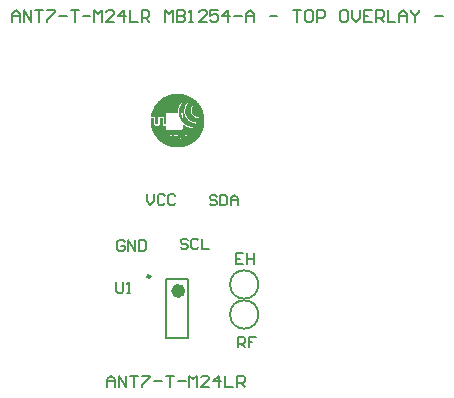
<source format=gto>
G04 Layer_Color=16776960*
%FSLAX44Y44*%
%MOMM*%
G71*
G01*
G75*
%ADD12C,0.2000*%
%ADD13C,0.1500*%
%ADD17C,0.2500*%
%ADD18C,0.6000*%
%ADD19C,0.0254*%
%ADD20C,0.1700*%
D12*
X143800Y97600D02*
G03*
X143800Y97600I-12000J0D01*
G01*
Y72200D02*
G03*
X143800Y72200I-12000J0D01*
G01*
X66000Y52200D02*
Y102200D01*
X84000Y52200D02*
Y102200D01*
X66000D02*
X84000D01*
X66000Y52200D02*
X84000D01*
X15500Y10500D02*
Y17164D01*
X18832Y20497D01*
X22164Y17164D01*
Y10500D01*
Y15498D01*
X15500D01*
X25497Y10500D02*
Y20497D01*
X32161Y10500D01*
Y20497D01*
X35494D02*
X42158D01*
X38826D01*
Y10500D01*
X45490Y20497D02*
X52155D01*
Y18831D01*
X45490Y12166D01*
Y10500D01*
X55487Y15498D02*
X62152D01*
X65484Y20497D02*
X72148D01*
X68816D01*
Y10500D01*
X75481Y15498D02*
X82145D01*
X85478Y10500D02*
Y20497D01*
X88810Y17164D01*
X92142Y20497D01*
Y10500D01*
X102139D02*
X95474D01*
X102139Y17164D01*
Y18831D01*
X100473Y20497D01*
X97140D01*
X95474Y18831D01*
X110469Y10500D02*
Y20497D01*
X105471Y15498D01*
X112135D01*
X115468Y20497D02*
Y10500D01*
X122132D01*
X125465D02*
Y20497D01*
X130463D01*
X132129Y18831D01*
Y15498D01*
X130463Y13832D01*
X125465D01*
X128797D02*
X132129Y10500D01*
D13*
X-65000Y320000D02*
Y326665D01*
X-61668Y329997D01*
X-58335Y326665D01*
Y320000D01*
Y324998D01*
X-65000D01*
X-55003Y320000D02*
Y329997D01*
X-48339Y320000D01*
Y329997D01*
X-45006D02*
X-38342D01*
X-41674D01*
Y320000D01*
X-35010Y329997D02*
X-28345D01*
Y328331D01*
X-35010Y321666D01*
Y320000D01*
X-25013Y324998D02*
X-18348D01*
X-15016Y329997D02*
X-8352D01*
X-11684D01*
Y320000D01*
X-5019Y324998D02*
X1645D01*
X4978Y320000D02*
Y329997D01*
X8310Y326665D01*
X11642Y329997D01*
Y320000D01*
X21639D02*
X14974D01*
X21639Y326665D01*
Y328331D01*
X19973Y329997D01*
X16640D01*
X14974Y328331D01*
X29969Y320000D02*
Y329997D01*
X24971Y324998D01*
X31635D01*
X34968Y329997D02*
Y320000D01*
X41632D01*
X44965D02*
Y329997D01*
X49963D01*
X51629Y328331D01*
Y324998D01*
X49963Y323332D01*
X44965D01*
X48297D02*
X51629Y320000D01*
X64958D02*
Y329997D01*
X68290Y326665D01*
X71623Y329997D01*
Y320000D01*
X74955Y329997D02*
Y320000D01*
X79953D01*
X81619Y321666D01*
Y323332D01*
X79953Y324998D01*
X74955D01*
X79953D01*
X81619Y326665D01*
Y328331D01*
X79953Y329997D01*
X74955D01*
X84952Y320000D02*
X88284D01*
X86618D01*
Y329997D01*
X84952Y328331D01*
X99947Y320000D02*
X93282D01*
X99947Y326665D01*
Y328331D01*
X98281Y329997D01*
X94949D01*
X93282Y328331D01*
X109944Y329997D02*
X103279D01*
Y324998D01*
X106611Y326665D01*
X108278D01*
X109944Y324998D01*
Y321666D01*
X108278Y320000D01*
X104945D01*
X103279Y321666D01*
X118274Y320000D02*
Y329997D01*
X113276Y324998D01*
X119940D01*
X123273D02*
X129937D01*
X133270Y320000D02*
Y326665D01*
X136602Y329997D01*
X139934Y326665D01*
Y320000D01*
Y324998D01*
X133270D01*
X153263D02*
X159928D01*
X173257Y329997D02*
X179921D01*
X176589D01*
Y320000D01*
X188252Y329997D02*
X184919D01*
X183253Y328331D01*
Y321666D01*
X184919Y320000D01*
X188252D01*
X189918Y321666D01*
Y328331D01*
X188252Y329997D01*
X193250Y320000D02*
Y329997D01*
X198249D01*
X199915Y328331D01*
Y324998D01*
X198249Y323332D01*
X193250D01*
X218242Y329997D02*
X214910D01*
X213244Y328331D01*
Y321666D01*
X214910Y320000D01*
X218242D01*
X219908Y321666D01*
Y328331D01*
X218242Y329997D01*
X223241D02*
Y323332D01*
X226573Y320000D01*
X229905Y323332D01*
Y329997D01*
X239902D02*
X233237D01*
Y320000D01*
X239902D01*
X233237Y324998D02*
X236569D01*
X243234Y320000D02*
Y329997D01*
X248232D01*
X249898Y328331D01*
Y324998D01*
X248232Y323332D01*
X243234D01*
X246566D02*
X249898Y320000D01*
X253231Y329997D02*
Y320000D01*
X259895D01*
X263228D02*
Y326665D01*
X266560Y329997D01*
X269892Y326665D01*
Y320000D01*
Y324998D01*
X263228D01*
X273224Y329997D02*
Y328331D01*
X276557Y324998D01*
X279889Y328331D01*
Y329997D01*
X276557Y324998D02*
Y320000D01*
X293218Y324998D02*
X299882D01*
D17*
X52250Y104500D02*
G03*
X52250Y104500I-1250J0D01*
G01*
D18*
X79000Y92200D02*
G03*
X79000Y92200I-3000J0D01*
G01*
D19*
X71850Y214577D02*
X78193D01*
X70328Y214830D02*
X79462D01*
X69313Y215084D02*
X80730D01*
X68298Y215338D02*
X81491D01*
X67537Y215592D02*
X82253D01*
X66776Y215845D02*
X83014D01*
X66269Y216099D02*
X83775D01*
X65761Y216353D02*
X84282D01*
X65254Y216606D02*
X84790D01*
X64746Y216860D02*
X85297D01*
X64239Y217114D02*
X85805D01*
X63731Y217367D02*
X86312D01*
X63224Y217621D02*
X86566D01*
X62970Y217875D02*
X87073D01*
X62463Y218129D02*
X87327D01*
X62209Y218382D02*
X87834D01*
X61702Y218636D02*
X88088D01*
X61448Y218890D02*
X88595D01*
X61194Y219144D02*
X88849D01*
X60687Y219397D02*
X89103D01*
X60433Y219651D02*
X89356D01*
X60180Y219905D02*
X89610D01*
X59926Y220158D02*
X90118D01*
X59418Y220412D02*
X90371D01*
X82760Y220666D02*
X90625D01*
X79715D02*
X81238D01*
X74387D02*
X76163D01*
X70328D02*
X73119D01*
X59418D02*
X68552D01*
X83267Y220919D02*
X90879D01*
X79715D02*
X80730D01*
X74387D02*
X76163D01*
X70835D02*
X73119D01*
X59165D02*
X68045D01*
X83521Y221173D02*
X91132D01*
X79715D02*
X80477D01*
X74387D02*
X76417D01*
X71089D02*
X73119D01*
X58911D02*
X67791D01*
X83521Y221427D02*
X91386D01*
X81491D02*
X82506D01*
X79715D02*
X80477D01*
X74387D02*
X76417D01*
X71343D02*
X73119D01*
X58657D02*
X67791D01*
X83775Y221681D02*
X91640D01*
X81491D02*
X82760D01*
X77939D02*
X80223D01*
X74387D02*
X76671D01*
X71343D02*
X73119D01*
X69059D02*
X70074D01*
X58404D02*
X67537D01*
X83775Y221934D02*
X91894D01*
X78193D02*
X82760D01*
X74387D02*
X76925D01*
X71343D02*
X73119D01*
X68806D02*
X70074D01*
X58150D02*
X67537D01*
X83775Y222188D02*
X92147D01*
X78700D02*
X82760D01*
X74387D02*
X77178D01*
X71343D02*
X73119D01*
X57896D02*
X70074D01*
X83775Y222442D02*
X92401D01*
X81491D02*
X82506D01*
X78954D02*
X80477D01*
X74387D02*
X77432D01*
X71343D02*
X73119D01*
X57896D02*
X69059D01*
X83521Y222696D02*
X92655D01*
X79208D02*
X80477D01*
X74387D02*
X77686D01*
X71089D02*
X73119D01*
X57642D02*
X68298D01*
X83267Y222949D02*
X92655D01*
X79462D02*
X80477D01*
X74387D02*
X78193D01*
X70582D02*
X73119D01*
X57389D02*
X68045D01*
X83014Y223203D02*
X92908D01*
X81491D02*
X81745D01*
X79462D02*
X80477D01*
X74387D02*
X78447D01*
X69821D02*
X73119D01*
X57135D02*
X67791D01*
X81491Y223457D02*
X93162D01*
X79715D02*
X80477D01*
X77432D02*
X78447D01*
X74387D02*
X76163D01*
X68806D02*
X73119D01*
X56881D02*
X67791D01*
X81491Y223710D02*
X93162D01*
X79715D02*
X80730D01*
X77432D02*
X78447D01*
X74387D02*
X76417D01*
X71089D02*
X73119D01*
X69059D02*
X70074D01*
X56881D02*
X67791D01*
X83521Y223964D02*
X93416D01*
X79715D02*
X80730D01*
X77686D02*
X78447D01*
X75910D02*
X76417D01*
X71089D02*
X71850D01*
X56627D02*
X67791D01*
X83521Y224218D02*
X93670D01*
X79462D02*
X80730D01*
X75910D02*
X76417D01*
X71089D02*
X71850D01*
X56374D02*
X68045D01*
X83521Y224471D02*
X93670D01*
X79208D02*
X80730D01*
X75910D02*
X76671D01*
X70835D02*
X71850D01*
X56374D02*
X68045D01*
X83521Y224725D02*
X93923D01*
X78954D02*
X80730D01*
X75910D02*
X77178D01*
X70328D02*
X71850D01*
X56120D02*
X68552D01*
X55866Y224979D02*
X93923D01*
X55613Y225233D02*
X94177D01*
X55359Y225486D02*
X94177D01*
X55359Y225740D02*
X94431D01*
X55359Y225994D02*
X94431D01*
X55105Y226248D02*
X94684D01*
X55105Y226501D02*
X94684D01*
X54851Y226755D02*
X94938D01*
X54851Y227009D02*
X94938D01*
X54598Y227262D02*
X95192D01*
X54598Y227516D02*
X95192D01*
X54344Y227770D02*
X95446D01*
X54344Y228023D02*
X95446D01*
X54344Y228277D02*
X95699D01*
X54090Y228531D02*
X95699D01*
X54090Y228785D02*
X95953D01*
X79208Y229038D02*
X95953D01*
X53837D02*
X65000D01*
X79462Y229292D02*
X95953D01*
X53837D02*
X65000D01*
X79715Y229546D02*
X96207D01*
X53583D02*
X64746D01*
X79715Y229799D02*
X96207D01*
X53583D02*
X64746D01*
X88595Y230053D02*
X96207D01*
X79715D02*
X86819D01*
X53583D02*
X64746D01*
X88849Y230307D02*
X96461D01*
X79715D02*
X85297D01*
X53583D02*
X64746D01*
X89103Y230561D02*
X96461D01*
X79715D02*
X84282D01*
X53583D02*
X64746D01*
X89103Y230814D02*
X96461D01*
X79715D02*
X83521D01*
X53329D02*
X64746D01*
X88849Y231068D02*
X96714D01*
X79715D02*
X82760D01*
X53329D02*
X64746D01*
X88849Y231322D02*
X96714D01*
X79715D02*
X82253D01*
X53329D02*
X64746D01*
X88595Y231576D02*
X96714D01*
X79715D02*
X81745D01*
X53075D02*
X64746D01*
X87327Y231829D02*
X96714D01*
X79715D02*
X81238D01*
X53075D02*
X64746D01*
X85805Y232083D02*
X96968D01*
X79715D02*
X80984D01*
X53075D02*
X64746D01*
X84790Y232337D02*
X96968D01*
X79715D02*
X80477D01*
X59418D02*
X62463D01*
X53075D02*
X55359D01*
X84029Y232590D02*
X96968D01*
X79715D02*
X80223D01*
X59926D02*
X62209D01*
X53075D02*
X54851D01*
X83521Y232844D02*
X96968D01*
X59926D02*
X61955D01*
X52822D02*
X54851D01*
X83014Y233098D02*
X96968D01*
X60180D02*
X61955D01*
X52822D02*
X54851D01*
X82506Y233351D02*
X96968D01*
X60180D02*
X61955D01*
X52822D02*
X54851D01*
X81999Y233605D02*
X97222D01*
X60180D02*
X61955D01*
X52822D02*
X54851D01*
X81745Y233859D02*
X97222D01*
X60180D02*
X61955D01*
X52822D02*
X54851D01*
X91132Y234113D02*
X97222D01*
X81238D02*
X89610D01*
X63985D02*
X64746D01*
X60180D02*
X61955D01*
X56627D02*
X58150D01*
X52822D02*
X54851D01*
X91386Y234366D02*
X97222D01*
X80984D02*
X88088D01*
X63731D02*
X64746D01*
X60180D02*
X61955D01*
X56627D02*
X58404D01*
X52822D02*
X54851D01*
X91386Y234620D02*
X97222D01*
X80730D02*
X87327D01*
X63731D02*
X64746D01*
X60180D02*
X61955D01*
X56627D02*
X58404D01*
X52822D02*
X54851D01*
X91640Y234874D02*
X97222D01*
X80223D02*
X86566D01*
X63731D02*
X64746D01*
X60180D02*
X61955D01*
X56627D02*
X58404D01*
X52568D02*
X54851D01*
X91640Y235127D02*
X97222D01*
X79969D02*
X86058D01*
X63731D02*
X64746D01*
X60180D02*
X61955D01*
X56627D02*
X58404D01*
X52568D02*
X54851D01*
X91386Y235381D02*
X97222D01*
X79715D02*
X85551D01*
X63731D02*
X64746D01*
X60180D02*
X61955D01*
X56627D02*
X58404D01*
X52568D02*
X54851D01*
X91386Y235635D02*
X97222D01*
X79462D02*
X85043D01*
X63731D02*
X64746D01*
X60180D02*
X61955D01*
X56627D02*
X58404D01*
X52568D02*
X54851D01*
X90118Y235889D02*
X97222D01*
X79462D02*
X84790D01*
X63731D02*
X64746D01*
X60180D02*
X61955D01*
X56627D02*
X58404D01*
X52568D02*
X54851D01*
X88595Y236142D02*
X97222D01*
X79208D02*
X84282D01*
X63731D02*
X64746D01*
X60180D02*
X61955D01*
X56627D02*
X58404D01*
X52568D02*
X54851D01*
X87834Y236396D02*
X97222D01*
X78954D02*
X84029D01*
X63731D02*
X64746D01*
X60180D02*
X61955D01*
X56627D02*
X58404D01*
X52568D02*
X54851D01*
X87073Y236650D02*
X97222D01*
X78700D02*
X83775D01*
X63731D02*
X64746D01*
X60180D02*
X61955D01*
X56627D02*
X58404D01*
X52568D02*
X54851D01*
X86566Y236903D02*
X97222D01*
X78447D02*
X83521D01*
X63731D02*
X64746D01*
X60180D02*
X61955D01*
X56627D02*
X58404D01*
X52568D02*
X54851D01*
X86312Y237157D02*
X97222D01*
X78447D02*
X83267D01*
X63731D02*
X64746D01*
X60180D02*
X61955D01*
X56627D02*
X58404D01*
X52568D02*
X54851D01*
X85805Y237411D02*
X97222D01*
X78193D02*
X83014D01*
X63731D02*
X64746D01*
X60180D02*
X61955D01*
X56627D02*
X58404D01*
X52568D02*
X54851D01*
X85551Y237665D02*
X97222D01*
X79715D02*
X82760D01*
X78193D02*
X79208D01*
X63731D02*
X64746D01*
X60180D02*
X61955D01*
X56627D02*
X58404D01*
X52568D02*
X54851D01*
X85043Y237918D02*
X97222D01*
X79715D02*
X82506D01*
X77939D02*
X79208D01*
X63731D02*
X64746D01*
X60180D02*
X61955D01*
X56627D02*
X58404D01*
X52568D02*
X54851D01*
X84790Y238172D02*
X97222D01*
X79715D02*
X82253D01*
X77686D02*
X78954D01*
X63731D02*
X64746D01*
X60180D02*
X61955D01*
X56627D02*
X58404D01*
X52568D02*
X54851D01*
X84536Y238426D02*
X97222D01*
X79715D02*
X81999D01*
X77686D02*
X78954D01*
X63731D02*
X64746D01*
X60180D02*
X61955D01*
X56627D02*
X58404D01*
X52822D02*
X54598D01*
X92908Y238679D02*
X97222D01*
X84282D02*
X90371D01*
X79715D02*
X81999D01*
X77686D02*
X78700D01*
X63731D02*
X64746D01*
X56627D02*
X58404D01*
X93162Y238933D02*
X97222D01*
X84029D02*
X89610D01*
X79715D02*
X81745D01*
X77432D02*
X78700D01*
X63731D02*
X64746D01*
X56627D02*
X58404D01*
X93162Y239187D02*
X97222D01*
X83775D02*
X89103D01*
X79715D02*
X81491D01*
X77432D02*
X78447D01*
X63731D02*
X64746D01*
X56627D02*
X58404D01*
X93162Y239441D02*
X97222D01*
X83775D02*
X88849D01*
X79715D02*
X81491D01*
X77178D02*
X78447D01*
X63731D02*
X64746D01*
X56627D02*
X58404D01*
X93162Y239694D02*
X97222D01*
X83521D02*
X88342D01*
X79715D02*
X81238D01*
X77178D02*
X78193D01*
X63731D02*
X64746D01*
X56374D02*
X58404D01*
X92908Y239948D02*
X96968D01*
X83267D02*
X88088D01*
X79715D02*
X81238D01*
X77178D02*
X78193D01*
X63478D02*
X64746D01*
X56374D02*
X58404D01*
X92655Y240202D02*
X96968D01*
X83267D02*
X87834D01*
X79715D02*
X80984D01*
X76925D02*
X78193D01*
X63224D02*
X64746D01*
X55866D02*
X58911D01*
X90879Y240455D02*
X96968D01*
X83014D02*
X87327D01*
X79715D02*
X80984D01*
X76925D02*
X77939D01*
X52822D02*
X64746D01*
X90371Y240709D02*
X96968D01*
X82760D02*
X87327D01*
X79715D02*
X80730D01*
X76925D02*
X77939D01*
X53075D02*
X64746D01*
X89864Y240963D02*
X96968D01*
X82760D02*
X87073D01*
X79715D02*
X80730D01*
X76671D02*
X77939D01*
X53075D02*
X64746D01*
X89356Y241217D02*
X96968D01*
X82760D02*
X86819D01*
X79715D02*
X80730D01*
X76671D02*
X77686D01*
X53075D02*
X64746D01*
X89103Y241470D02*
X96714D01*
X82506D02*
X86566D01*
X79715D02*
X80477D01*
X76671D02*
X77686D01*
X53075D02*
X64746D01*
X88849Y241724D02*
X96714D01*
X82506D02*
X86566D01*
X79715D02*
X80477D01*
X76671D02*
X77686D01*
X53075D02*
X64746D01*
X88595Y241978D02*
X96714D01*
X82253D02*
X86312D01*
X79715D02*
X80477D01*
X76671D02*
X77686D01*
X53329D02*
X64746D01*
X88342Y242231D02*
X96714D01*
X82253D02*
X86312D01*
X79715D02*
X80477D01*
X76671D02*
X77686D01*
X53329D02*
X64746D01*
X88088Y242485D02*
X96461D01*
X82253D02*
X86058D01*
X79715D02*
X80223D01*
X76417D02*
X77686D01*
X53329D02*
X64746D01*
X88088Y242739D02*
X96461D01*
X82253D02*
X86058D01*
X79715D02*
X80223D01*
X76417D02*
X77432D01*
X53329D02*
X64746D01*
X87834Y242993D02*
X96461D01*
X81999D02*
X85805D01*
X79715D02*
X80223D01*
X76417D02*
X77432D01*
X53583D02*
X64746D01*
X87834Y243246D02*
X96461D01*
X81999D02*
X85805D01*
X79462D02*
X80223D01*
X76417D02*
X77432D01*
X53583D02*
X65000D01*
X87580Y243500D02*
X96207D01*
X81999D02*
X85805D01*
X79208D02*
X80223D01*
X76417D02*
X77432D01*
X53583D02*
X65000D01*
X87580Y243754D02*
X96207D01*
X81999D02*
X85551D01*
X76417D02*
X80223D01*
X53837D02*
X74387D01*
X87580Y244007D02*
X96207D01*
X81999D02*
X85551D01*
X76417D02*
X80223D01*
X53837D02*
X74641D01*
X87327Y244261D02*
X95953D01*
X81999D02*
X85551D01*
X76417D02*
X79969D01*
X53837D02*
X74641D01*
X87327Y244515D02*
X95953D01*
X81999D02*
X85551D01*
X76417D02*
X79969D01*
X54090D02*
X74641D01*
X87327Y244769D02*
X95953D01*
X81999D02*
X85551D01*
X76417D02*
X79969D01*
X54090D02*
X74641D01*
X87327Y245022D02*
X95699D01*
X81999D02*
X85551D01*
X76671D02*
X79969D01*
X54344D02*
X74641D01*
X87327Y245276D02*
X95699D01*
X81999D02*
X85551D01*
X76671D02*
X79969D01*
X54344D02*
X74641D01*
X87327Y245530D02*
X95446D01*
X81999D02*
X85551D01*
X76671D02*
X80223D01*
X54344D02*
X74895D01*
X87327Y245783D02*
X95446D01*
X81999D02*
X85551D01*
X76671D02*
X80223D01*
X54598D02*
X74895D01*
X87327Y246037D02*
X95192D01*
X81999D02*
X85551D01*
X76671D02*
X80223D01*
X54598D02*
X74895D01*
X87327Y246291D02*
X95192D01*
X81999D02*
X85551D01*
X76671D02*
X80223D01*
X54851D02*
X74895D01*
X87580Y246544D02*
X94938D01*
X81999D02*
X85551D01*
X76925D02*
X80223D01*
X54851D02*
X74895D01*
X87580Y246798D02*
X94938D01*
X82253D02*
X85551D01*
X76925D02*
X80223D01*
X55105D02*
X75149D01*
X87580Y247052D02*
X94684D01*
X82253D02*
X85805D01*
X76925D02*
X80223D01*
X55105D02*
X75149D01*
X87834Y247306D02*
X94684D01*
X82253D02*
X85805D01*
X77178D02*
X80477D01*
X55359D02*
X75149D01*
X87834Y247559D02*
X94431D01*
X82253D02*
X85805D01*
X77178D02*
X80477D01*
X55359D02*
X75149D01*
X88088Y247813D02*
X94431D01*
X82506D02*
X86058D01*
X77178D02*
X80477D01*
X55613D02*
X75402D01*
X88342Y248067D02*
X94177D01*
X82506D02*
X86058D01*
X77432D02*
X80730D01*
X55613D02*
X75402D01*
X88342Y248321D02*
X94177D01*
X82760D02*
X86312D01*
X77432D02*
X80730D01*
X55866D02*
X75402D01*
X88595Y248574D02*
X93923D01*
X82760D02*
X86312D01*
X77686D02*
X80730D01*
X56120D02*
X75656D01*
X88849Y248828D02*
X93670D01*
X83014D02*
X86566D01*
X77686D02*
X80984D01*
X56120D02*
X75656D01*
X88849Y249082D02*
X93670D01*
X83014D02*
X86566D01*
X77939D02*
X80984D01*
X56374D02*
X75656D01*
X88849Y249335D02*
X93416D01*
X83267D02*
X86819D01*
X77939D02*
X81238D01*
X56627D02*
X75910D01*
X88595Y249589D02*
X93162D01*
X83267D02*
X87073D01*
X78193D02*
X81238D01*
X56627D02*
X75910D01*
X88342Y249843D02*
X93162D01*
X83521D02*
X87327D01*
X78193D02*
X81238D01*
X56881D02*
X76163D01*
X83775Y250097D02*
X92908D01*
X78447D02*
X81491D01*
X57135D02*
X76163D01*
X84029Y250350D02*
X92655D01*
X78700D02*
X81745D01*
X57135D02*
X76417D01*
X84029Y250604D02*
X92401D01*
X78700D02*
X81745D01*
X57389D02*
X76671D01*
X84282Y250858D02*
X92401D01*
X78954D02*
X81999D01*
X57642D02*
X76671D01*
X84282Y251111D02*
X92147D01*
X79208D02*
X82253D01*
X57896D02*
X76925D01*
X84282Y251365D02*
X91894D01*
X79462D02*
X82506D01*
X58150D02*
X77178D01*
X84029Y251619D02*
X91640D01*
X79462D02*
X82506D01*
X58404D02*
X77178D01*
X83775Y251873D02*
X91386D01*
X79462D02*
X82760D01*
X58657D02*
X77432D01*
X79462Y252126D02*
X91132D01*
X58657D02*
X77686D01*
X79462Y252380D02*
X90879D01*
X58911D02*
X77939D01*
X79208Y252634D02*
X90625D01*
X59165D02*
X78193D01*
X59418Y252887D02*
X90371D01*
X59926Y253141D02*
X90118D01*
X60180Y253395D02*
X89864D01*
X60433Y253648D02*
X89610D01*
X60687Y253902D02*
X89356D01*
X60941Y254156D02*
X88849D01*
X61194Y254410D02*
X88595D01*
X61702Y254663D02*
X88342D01*
X61955Y254917D02*
X87834D01*
X62463Y255171D02*
X87580D01*
X62717Y255424D02*
X87327D01*
X63224Y255678D02*
X86819D01*
X63478Y255932D02*
X86312D01*
X63985Y256186D02*
X86058D01*
X64493Y256439D02*
X85551D01*
X65000Y256693D02*
X85043D01*
X65507Y256947D02*
X84536D01*
X66015Y257201D02*
X84029D01*
X66522Y257454D02*
X83267D01*
X67283Y257708D02*
X82760D01*
X68045Y257962D02*
X81999D01*
X68806Y258215D02*
X81238D01*
X69821Y258469D02*
X80223D01*
X71089Y258723D02*
X78954D01*
X72865Y258976D02*
X76925D01*
D20*
X126500Y44500D02*
Y53497D01*
X130998D01*
X132498Y51998D01*
Y48999D01*
X130998Y47499D01*
X126500D01*
X129499D02*
X132498Y44500D01*
X141495Y53497D02*
X135497D01*
Y48999D01*
X138496D01*
X135497D01*
Y44500D01*
X23500Y99497D02*
Y92000D01*
X24999Y90500D01*
X27998D01*
X29498Y92000D01*
Y99497D01*
X32497Y90500D02*
X35496D01*
X33997D01*
Y99497D01*
X32497Y97998D01*
X130998Y123997D02*
X125000D01*
Y115000D01*
X130998D01*
X125000Y119499D02*
X127999D01*
X133997Y123997D02*
Y115000D01*
Y119499D01*
X139995D01*
Y123997D01*
Y115000D01*
X30498Y133498D02*
X28998Y134997D01*
X26000D01*
X24500Y133498D01*
Y127500D01*
X26000Y126000D01*
X28998D01*
X30498Y127500D01*
Y130499D01*
X27499D01*
X33497Y126000D02*
Y134997D01*
X39495Y126000D01*
Y134997D01*
X42494D02*
Y126000D01*
X46993D01*
X48492Y127500D01*
Y133498D01*
X46993Y134997D01*
X42494D01*
X49500Y173997D02*
Y167999D01*
X52499Y165000D01*
X55498Y167999D01*
Y173997D01*
X64495Y172498D02*
X62996Y173997D01*
X59997D01*
X58497Y172498D01*
Y166500D01*
X59997Y165000D01*
X62996D01*
X64495Y166500D01*
X73492Y172498D02*
X71993Y173997D01*
X68994D01*
X67494Y172498D01*
Y166500D01*
X68994Y165000D01*
X71993D01*
X73492Y166500D01*
X83998Y134998D02*
X82499Y136497D01*
X79500D01*
X78000Y134998D01*
Y133498D01*
X79500Y131999D01*
X82499D01*
X83998Y130499D01*
Y129000D01*
X82499Y127500D01*
X79500D01*
X78000Y129000D01*
X92995Y134998D02*
X91496Y136497D01*
X88497D01*
X86997Y134998D01*
Y129000D01*
X88497Y127500D01*
X91496D01*
X92995Y129000D01*
X95994Y136497D02*
Y127500D01*
X101992D01*
X108498Y171998D02*
X106999Y173497D01*
X104000D01*
X102500Y171998D01*
Y170498D01*
X104000Y168999D01*
X106999D01*
X108498Y167499D01*
Y166000D01*
X106999Y164500D01*
X104000D01*
X102500Y166000D01*
X111497Y173497D02*
Y164500D01*
X115996D01*
X117495Y166000D01*
Y171998D01*
X115996Y173497D01*
X111497D01*
X120494Y164500D02*
Y170498D01*
X123493Y173497D01*
X126492Y170498D01*
Y164500D01*
Y168999D01*
X120494D01*
M02*

</source>
